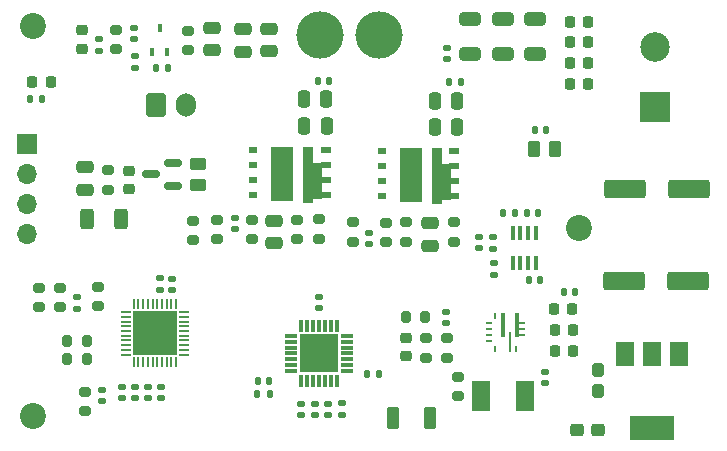
<source format=gbr>
%TF.GenerationSoftware,KiCad,Pcbnew,(6.0.2)*%
%TF.CreationDate,2022-05-23T20:35:18+03:00*%
%TF.ProjectId,The_Qi_wireless_charger_tx,5468655f-5169-45f7-9769-72656c657373,Rev 2*%
%TF.SameCoordinates,Original*%
%TF.FileFunction,Soldermask,Top*%
%TF.FilePolarity,Negative*%
%FSLAX46Y46*%
G04 Gerber Fmt 4.6, Leading zero omitted, Abs format (unit mm)*
G04 Created by KiCad (PCBNEW (6.0.2)) date 2022-05-23 20:35:18*
%MOMM*%
%LPD*%
G01*
G04 APERTURE LIST*
G04 Aperture macros list*
%AMRoundRect*
0 Rectangle with rounded corners*
0 $1 Rounding radius*
0 $2 $3 $4 $5 $6 $7 $8 $9 X,Y pos of 4 corners*
0 Add a 4 corners polygon primitive as box body*
4,1,4,$2,$3,$4,$5,$6,$7,$8,$9,$2,$3,0*
0 Add four circle primitives for the rounded corners*
1,1,$1+$1,$2,$3*
1,1,$1+$1,$4,$5*
1,1,$1+$1,$6,$7*
1,1,$1+$1,$8,$9*
0 Add four rect primitives between the rounded corners*
20,1,$1+$1,$2,$3,$4,$5,0*
20,1,$1+$1,$4,$5,$6,$7,0*
20,1,$1+$1,$6,$7,$8,$9,0*
20,1,$1+$1,$8,$9,$2,$3,0*%
G04 Aperture macros list end*
%ADD10C,4.000000*%
%ADD11R,1.500000X2.000000*%
%ADD12R,3.800000X2.000000*%
%ADD13R,0.850000X0.500000*%
%ADD14R,0.843750X4.800000*%
%ADD15R,1.612500X3.110000*%
%ADD16R,0.800000X0.600000*%
%ADD17R,1.900000X4.612500*%
%ADD18C,2.200000*%
%ADD19RoundRect,0.140000X0.170000X-0.140000X0.170000X0.140000X-0.170000X0.140000X-0.170000X-0.140000X0*%
%ADD20RoundRect,0.225000X0.250000X-0.225000X0.250000X0.225000X-0.250000X0.225000X-0.250000X-0.225000X0*%
%ADD21RoundRect,0.250000X-0.275000X0.312500X-0.275000X-0.312500X0.275000X-0.312500X0.275000X0.312500X0*%
%ADD22RoundRect,0.250000X0.312500X0.275000X-0.312500X0.275000X-0.312500X-0.275000X0.312500X-0.275000X0*%
%ADD23RoundRect,0.140000X-0.140000X-0.170000X0.140000X-0.170000X0.140000X0.170000X-0.140000X0.170000X0*%
%ADD24R,0.450000X0.700000*%
%ADD25RoundRect,0.150000X0.587500X0.150000X-0.587500X0.150000X-0.587500X-0.150000X0.587500X-0.150000X0*%
%ADD26RoundRect,0.250000X0.275000X0.700000X-0.275000X0.700000X-0.275000X-0.700000X0.275000X-0.700000X0*%
%ADD27RoundRect,0.135000X0.135000X0.185000X-0.135000X0.185000X-0.135000X-0.185000X0.135000X-0.185000X0*%
%ADD28RoundRect,0.135000X0.185000X-0.135000X0.185000X0.135000X-0.185000X0.135000X-0.185000X-0.135000X0*%
%ADD29RoundRect,0.200000X-0.275000X0.200000X-0.275000X-0.200000X0.275000X-0.200000X0.275000X0.200000X0*%
%ADD30RoundRect,0.200000X-0.200000X-0.275000X0.200000X-0.275000X0.200000X0.275000X-0.200000X0.275000X0*%
%ADD31RoundRect,0.250000X-0.450000X0.262500X-0.450000X-0.262500X0.450000X-0.262500X0.450000X0.262500X0*%
%ADD32RoundRect,0.250000X0.312500X0.625000X-0.312500X0.625000X-0.312500X-0.625000X0.312500X-0.625000X0*%
%ADD33R,0.850000X0.200000*%
%ADD34R,0.200000X0.850000*%
%ADD35R,3.700000X3.700000*%
%ADD36R,0.450000X1.150000*%
%ADD37RoundRect,0.250000X-1.500000X-0.550000X1.500000X-0.550000X1.500000X0.550000X-1.500000X0.550000X0*%
%ADD38RoundRect,0.200000X0.275000X-0.200000X0.275000X0.200000X-0.275000X0.200000X-0.275000X-0.200000X0*%
%ADD39R,0.600000X0.250000*%
%ADD40R,0.250000X0.600000*%
%ADD41R,0.250000X1.700000*%
%ADD42R,0.400000X2.100000*%
%ADD43R,0.560000X0.250000*%
%ADD44RoundRect,0.140000X-0.170000X0.140000X-0.170000X-0.140000X0.170000X-0.140000X0.170000X0.140000X0*%
%ADD45RoundRect,0.250000X-0.475000X0.250000X-0.475000X-0.250000X0.475000X-0.250000X0.475000X0.250000X0*%
%ADD46RoundRect,0.250000X0.475000X-0.250000X0.475000X0.250000X-0.475000X0.250000X-0.475000X-0.250000X0*%
%ADD47RoundRect,0.140000X0.140000X0.170000X-0.140000X0.170000X-0.140000X-0.170000X0.140000X-0.170000X0*%
%ADD48RoundRect,0.250000X0.250000X0.475000X-0.250000X0.475000X-0.250000X-0.475000X0.250000X-0.475000X0*%
%ADD49RoundRect,0.218750X0.218750X0.256250X-0.218750X0.256250X-0.218750X-0.256250X0.218750X-0.256250X0*%
%ADD50RoundRect,0.218750X-0.256250X0.218750X-0.256250X-0.218750X0.256250X-0.218750X0.256250X0.218750X0*%
%ADD51RoundRect,0.200000X0.200000X0.275000X-0.200000X0.275000X-0.200000X-0.275000X0.200000X-0.275000X0*%
%ADD52RoundRect,0.225000X-0.225000X-0.250000X0.225000X-0.250000X0.225000X0.250000X-0.225000X0.250000X0*%
%ADD53RoundRect,0.250000X0.650000X-0.325000X0.650000X0.325000X-0.650000X0.325000X-0.650000X-0.325000X0*%
%ADD54RoundRect,0.250000X-0.600000X-0.750000X0.600000X-0.750000X0.600000X0.750000X-0.600000X0.750000X0*%
%ADD55O,1.700000X2.000000*%
%ADD56R,1.700000X1.700000*%
%ADD57O,1.700000X1.700000*%
%ADD58RoundRect,0.135000X-0.135000X-0.185000X0.135000X-0.185000X0.135000X0.185000X-0.135000X0.185000X0*%
%ADD59RoundRect,0.135000X-0.185000X0.135000X-0.185000X-0.135000X0.185000X-0.135000X0.185000X0.135000X0*%
%ADD60RoundRect,0.250000X0.262500X0.450000X-0.262500X0.450000X-0.262500X-0.450000X0.262500X-0.450000X0*%
%ADD61R,1.500000X2.500000*%
%ADD62R,0.300000X1.000000*%
%ADD63R,1.000000X0.300000*%
%ADD64R,3.250000X3.250000*%
%ADD65C,2.500000*%
%ADD66R,2.500000X2.500000*%
G04 APERTURE END LIST*
D10*
%TO.C,L4*%
X55200000Y-124900000D03*
X50200000Y-124900000D03*
%TD*%
D11*
%TO.C,U6*%
X80600000Y-151950000D03*
D12*
X78300000Y-158250000D03*
D11*
X78300000Y-151950000D03*
X76000000Y-151950000D03*
%TD*%
D13*
%TO.C,U8*%
X61565000Y-134770000D03*
X61565000Y-136040000D03*
X61565000Y-137310000D03*
D14*
X60118125Y-136875000D03*
D15*
X60508750Y-137345000D03*
D13*
X61565000Y-138580000D03*
D16*
X55465000Y-138580000D03*
X55465000Y-137310000D03*
X55465000Y-136040000D03*
X55465000Y-134770000D03*
D17*
X57890000Y-136793750D03*
%TD*%
D13*
%TO.C,U7*%
X50646875Y-134695000D03*
X50646875Y-135965000D03*
X50646875Y-137235000D03*
D14*
X49200000Y-136800000D03*
D15*
X49590625Y-137270000D03*
D13*
X50646875Y-138505000D03*
D16*
X44546875Y-138505000D03*
X44546875Y-137235000D03*
X44546875Y-135965000D03*
X44546875Y-134695000D03*
D17*
X46971875Y-136718750D03*
%TD*%
D18*
%TO.C,REF\u002A\u002A*%
X72100000Y-141300000D03*
%TD*%
%TO.C,REF\u002A\u002A*%
X25900000Y-157200000D03*
%TD*%
%TO.C,REF\u002A\u002A*%
X25900000Y-124200000D03*
%TD*%
D19*
%TO.C,C19*%
X64895000Y-145240000D03*
X64895000Y-144280000D03*
%TD*%
%TO.C,C23*%
X63665000Y-143000000D03*
X63665000Y-142040000D03*
%TD*%
D20*
%TO.C,C27*%
X57440000Y-152150000D03*
X57440000Y-150600000D03*
%TD*%
D21*
%TO.C,C29*%
X73700000Y-153312500D03*
X73700000Y-155087500D03*
%TD*%
D22*
%TO.C,C31*%
X73687500Y-158400000D03*
X71912500Y-158400000D03*
%TD*%
D19*
%TO.C,C38*%
X60900000Y-126980000D03*
X60900000Y-126020000D03*
%TD*%
D23*
%TO.C,C42*%
X68340000Y-133000000D03*
X69300000Y-133000000D03*
%TD*%
D24*
%TO.C,D10*%
X35955000Y-126350000D03*
X37255000Y-126350000D03*
X36605000Y-124350000D03*
%TD*%
D25*
%TO.C,D11*%
X37737500Y-137698000D03*
X37737500Y-135798000D03*
X35862500Y-136748000D03*
%TD*%
D26*
%TO.C,FB1*%
X59475000Y-157400000D03*
X56325000Y-157400000D03*
%TD*%
D27*
%TO.C,R7*%
X26665000Y-130330000D03*
X25645000Y-130330000D03*
%TD*%
D28*
%TO.C,R8*%
X31464000Y-126302000D03*
X31464000Y-125282000D03*
%TD*%
D29*
%TO.C,R17*%
X61900000Y-153875000D03*
X61900000Y-155525000D03*
%TD*%
%TO.C,R18*%
X60890000Y-150600000D03*
X60890000Y-152250000D03*
%TD*%
%TO.C,R19*%
X59190000Y-150600000D03*
X59190000Y-152250000D03*
%TD*%
D30*
%TO.C,R20*%
X57460000Y-148830000D03*
X59110000Y-148830000D03*
%TD*%
D31*
%TO.C,R37*%
X39850000Y-135827500D03*
X39850000Y-137652500D03*
%TD*%
D29*
%TO.C,R38*%
X32210000Y-136375000D03*
X32210000Y-138025000D03*
%TD*%
D32*
%TO.C,R40*%
X33350000Y-140540000D03*
X30425000Y-140540000D03*
%TD*%
D33*
%TO.C,U2*%
X33750000Y-148400000D03*
X33750000Y-148800000D03*
X33750000Y-149200000D03*
X33750000Y-149600000D03*
X33750000Y-150000000D03*
X33750000Y-150400000D03*
X33750000Y-150800000D03*
X33750000Y-151200000D03*
X33750000Y-151600000D03*
X33750000Y-152000000D03*
D34*
X34400000Y-152650000D03*
X34800000Y-152650000D03*
X35200000Y-152650000D03*
X35600000Y-152650000D03*
X36000000Y-152650000D03*
X36400000Y-152650000D03*
X36800000Y-152650000D03*
X37200000Y-152650000D03*
X37600000Y-152650000D03*
X38000000Y-152650000D03*
D33*
X38650000Y-152000000D03*
X38650000Y-151600000D03*
X38650000Y-151200000D03*
X38650000Y-150800000D03*
X38650000Y-150400000D03*
X38650000Y-150000000D03*
X38650000Y-149600000D03*
X38650000Y-149200000D03*
X38650000Y-148800000D03*
X38650000Y-148400000D03*
D34*
X38000000Y-147750000D03*
X37600000Y-147750000D03*
X37200000Y-147750000D03*
X36800000Y-147750000D03*
X36400000Y-147750000D03*
X36000000Y-147750000D03*
X35600000Y-147750000D03*
X35200000Y-147750000D03*
X34800000Y-147750000D03*
X34400000Y-147750000D03*
D35*
X36200000Y-150200000D03*
%TD*%
D36*
%TO.C,U4*%
X66500000Y-144200000D03*
X67150000Y-144200000D03*
X67800000Y-144200000D03*
X68450000Y-144200000D03*
X68450000Y-141700000D03*
X67800000Y-141700000D03*
X67150000Y-141700000D03*
X66500000Y-141700000D03*
%TD*%
D37*
%TO.C,C25*%
X75900000Y-145800000D03*
X81300000Y-145800000D03*
%TD*%
D38*
%TO.C,R26*%
X50091875Y-142190000D03*
X50091875Y-140540000D03*
%TD*%
D29*
%TO.C,R27*%
X48201875Y-140595000D03*
X48201875Y-142245000D03*
%TD*%
D38*
%TO.C,R28*%
X61565000Y-142425000D03*
X61565000Y-140775000D03*
%TD*%
D29*
%TO.C,R29*%
X57495000Y-140792500D03*
X57495000Y-142442500D03*
%TD*%
D38*
%TO.C,R31*%
X52965000Y-142425000D03*
X52965000Y-140775000D03*
%TD*%
D29*
%TO.C,R35*%
X44381875Y-140572500D03*
X44381875Y-142222500D03*
%TD*%
%TO.C,R36*%
X55755000Y-140825000D03*
X55755000Y-142475000D03*
%TD*%
D39*
%TO.C,U3*%
X64500000Y-149350000D03*
X64500000Y-149850000D03*
X64500000Y-150350000D03*
X64500000Y-150850000D03*
D40*
X64970000Y-151500000D03*
D41*
X66270000Y-150950000D03*
D40*
X66770000Y-151500000D03*
D42*
X66850000Y-149450000D03*
X65690000Y-149450000D03*
D40*
X64970000Y-148700000D03*
D43*
X67320000Y-150350000D03*
X67320000Y-149850000D03*
X67320000Y-149350000D03*
%TD*%
D19*
%TO.C,C7*%
X29592000Y-148103000D03*
X29592000Y-147143000D03*
%TD*%
%TO.C,C8*%
X36640000Y-146505000D03*
X36640000Y-145545000D03*
%TD*%
D44*
%TO.C,C9*%
X36700000Y-154720000D03*
X36700000Y-155680000D03*
%TD*%
D19*
%TO.C,C10*%
X37680000Y-146515000D03*
X37680000Y-145555000D03*
%TD*%
D44*
%TO.C,C11*%
X31750000Y-155006000D03*
X31750000Y-155966000D03*
%TD*%
%TO.C,C12*%
X34550000Y-154706000D03*
X34550000Y-155666000D03*
%TD*%
%TO.C,C13*%
X33450000Y-154706000D03*
X33450000Y-155666000D03*
%TD*%
%TO.C,C14*%
X35640000Y-154711000D03*
X35640000Y-155671000D03*
%TD*%
D23*
%TO.C,C18*%
X70840000Y-146700000D03*
X71800000Y-146700000D03*
%TD*%
%TO.C,C20*%
X67695000Y-140050000D03*
X68655000Y-140050000D03*
%TD*%
D44*
%TO.C,C22*%
X69255600Y-153480000D03*
X69255600Y-154440000D03*
%TD*%
D19*
%TO.C,C26*%
X60860000Y-149355000D03*
X60860000Y-148395000D03*
%TD*%
D45*
%TO.C,C43*%
X41000000Y-124350000D03*
X41000000Y-126250000D03*
%TD*%
D46*
%TO.C,C45*%
X46251875Y-142557500D03*
X46251875Y-140657500D03*
%TD*%
%TO.C,C46*%
X59525000Y-142767500D03*
X59525000Y-140867500D03*
%TD*%
D19*
%TO.C,C51*%
X42981875Y-141377500D03*
X42981875Y-140417500D03*
%TD*%
%TO.C,C52*%
X54355000Y-142630000D03*
X54355000Y-141670000D03*
%TD*%
D47*
%TO.C,C53*%
X50961875Y-128797500D03*
X50001875Y-128797500D03*
%TD*%
%TO.C,C54*%
X62075000Y-128950000D03*
X61115000Y-128950000D03*
%TD*%
D48*
%TO.C,C55*%
X50736875Y-132667500D03*
X48836875Y-132667500D03*
%TD*%
%TO.C,C56*%
X61782500Y-132750000D03*
X59882500Y-132750000D03*
%TD*%
%TO.C,C57*%
X50694375Y-130397500D03*
X48794375Y-130397500D03*
%TD*%
%TO.C,C58*%
X61792500Y-130520000D03*
X59892500Y-130520000D03*
%TD*%
D45*
%TO.C,C59*%
X43700000Y-124450000D03*
X43700000Y-126350000D03*
%TD*%
%TO.C,C60*%
X45820000Y-124435000D03*
X45820000Y-126335000D03*
%TD*%
D20*
%TO.C,C61*%
X34000000Y-137962500D03*
X34000000Y-136412500D03*
%TD*%
D45*
%TO.C,C64*%
X30250000Y-136130000D03*
X30250000Y-138030000D03*
%TD*%
D47*
%TO.C,C66*%
X68815000Y-145700000D03*
X67855000Y-145700000D03*
%TD*%
D49*
%TO.C,D1*%
X27375000Y-128900000D03*
X25800000Y-128900000D03*
%TD*%
D50*
%TO.C,D2*%
X30000000Y-124512500D03*
X30000000Y-126087500D03*
%TD*%
D51*
%TO.C,R9*%
X30432500Y-152376000D03*
X28782500Y-152376000D03*
%TD*%
D29*
%TO.C,R10*%
X31350000Y-146261000D03*
X31350000Y-147911000D03*
%TD*%
D30*
%TO.C,R11*%
X28785000Y-150826000D03*
X30435000Y-150826000D03*
%TD*%
D38*
%TO.C,R12*%
X30300000Y-156793500D03*
X30300000Y-155143500D03*
%TD*%
D29*
%TO.C,R42*%
X39400000Y-140675000D03*
X39400000Y-142325000D03*
%TD*%
D52*
%TO.C,C15*%
X70045000Y-151690000D03*
X71595000Y-151690000D03*
%TD*%
%TO.C,C16*%
X70000000Y-148100000D03*
X71550000Y-148100000D03*
%TD*%
%TO.C,C17*%
X70050000Y-149930000D03*
X71600000Y-149930000D03*
%TD*%
D53*
%TO.C,C30*%
X65700000Y-126575000D03*
X65700000Y-123625000D03*
%TD*%
%TO.C,C32*%
X62880000Y-126525000D03*
X62880000Y-123575000D03*
%TD*%
%TO.C,C35*%
X68400000Y-126575000D03*
X68400000Y-123625000D03*
%TD*%
D19*
%TO.C,C44*%
X34400000Y-125280000D03*
X34400000Y-124320000D03*
%TD*%
D54*
%TO.C,J2*%
X36300000Y-130900000D03*
D55*
X38800000Y-130900000D03*
%TD*%
D56*
%TO.C,J3*%
X25400000Y-134200000D03*
D57*
X25400000Y-136740000D03*
X25400000Y-139280000D03*
X25400000Y-141820000D03*
%TD*%
D38*
%TO.C,R5*%
X26360000Y-147990000D03*
X26360000Y-146340000D03*
%TD*%
D29*
%TO.C,R6*%
X28138000Y-146317000D03*
X28138000Y-147967000D03*
%TD*%
D58*
%TO.C,R13*%
X65690000Y-140000000D03*
X66710000Y-140000000D03*
%TD*%
D28*
%TO.C,R16*%
X64865000Y-143020000D03*
X64865000Y-142000000D03*
%TD*%
D38*
%TO.C,R25*%
X39000000Y-126225000D03*
X39000000Y-124575000D03*
%TD*%
D58*
%TO.C,R32*%
X36290000Y-127700000D03*
X37310000Y-127700000D03*
%TD*%
D59*
%TO.C,R33*%
X34500000Y-126690000D03*
X34500000Y-127710000D03*
%TD*%
D29*
%TO.C,R34*%
X32900000Y-124475000D03*
X32900000Y-126125000D03*
%TD*%
D60*
%TO.C,Rsense1*%
X70112500Y-134600000D03*
X68287500Y-134600000D03*
%TD*%
D61*
%TO.C,L2*%
X67540300Y-155500000D03*
X63840300Y-155500000D03*
%TD*%
D62*
%TO.C,U1*%
X51600000Y-149550000D03*
X51100000Y-149550000D03*
X50600000Y-149550000D03*
X50100000Y-149550000D03*
X49600000Y-149550000D03*
X49100000Y-149550000D03*
X48600000Y-149550000D03*
D63*
X47750000Y-150400000D03*
X47750000Y-150900000D03*
X47750000Y-151400000D03*
X47750000Y-151900000D03*
X47750000Y-152400000D03*
X47750000Y-152900000D03*
X47750000Y-153400000D03*
D62*
X48600000Y-154250000D03*
X49100000Y-154250000D03*
X49600000Y-154250000D03*
X50100000Y-154250000D03*
X50600000Y-154250000D03*
X51100000Y-154250000D03*
X51600000Y-154250000D03*
D63*
X52450000Y-153400000D03*
X52450000Y-152900000D03*
X52450000Y-152400000D03*
X52450000Y-151900000D03*
X52450000Y-151400000D03*
X52450000Y-150900000D03*
X52450000Y-150400000D03*
D64*
X50100000Y-151900000D03*
%TD*%
D27*
%TO.C,R4*%
X45905000Y-155320000D03*
X44885000Y-155320000D03*
%TD*%
D59*
%TO.C,R2*%
X52010000Y-156115000D03*
X52010000Y-157135000D03*
%TD*%
D58*
%TO.C,R3*%
X54170000Y-153640000D03*
X55190000Y-153640000D03*
%TD*%
D44*
%TO.C,C6*%
X49730000Y-156155000D03*
X49730000Y-157115000D03*
%TD*%
D47*
%TO.C,C2*%
X45890000Y-154240000D03*
X44930000Y-154240000D03*
%TD*%
D44*
%TO.C,C3*%
X48610000Y-156160000D03*
X48610000Y-157120000D03*
%TD*%
%TO.C,C5*%
X50840000Y-156155000D03*
X50840000Y-157115000D03*
%TD*%
D19*
%TO.C,C4*%
X50100000Y-148045000D03*
X50100000Y-147085000D03*
%TD*%
D38*
%TO.C,R30*%
X41481875Y-142222500D03*
X41481875Y-140572500D03*
%TD*%
D52*
%TO.C,C24*%
X71325000Y-127300000D03*
X72875000Y-127300000D03*
%TD*%
%TO.C,C1*%
X71325000Y-123800000D03*
X72875000Y-123800000D03*
%TD*%
D37*
%TO.C,C28*%
X76000000Y-138000000D03*
X81400000Y-138000000D03*
%TD*%
D52*
%TO.C,C21*%
X71325000Y-125500000D03*
X72875000Y-125500000D03*
%TD*%
D65*
%TO.C,J1*%
X78500000Y-125965000D03*
D66*
X78500000Y-131045000D03*
%TD*%
D49*
%TO.C,L1*%
X72887500Y-129100000D03*
X71312500Y-129100000D03*
%TD*%
M02*

</source>
